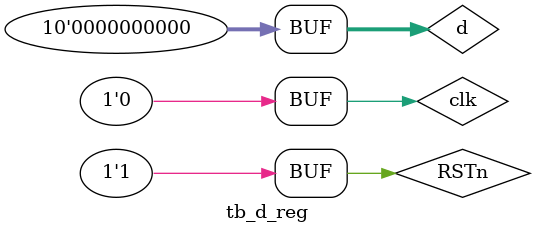
<source format=sv>
`timescale 1 ns/10 ps  // time-unit = 1 ns, precision = 10 ps

module tb_d_reg;

parameter numBit = 10;

logic RSTn, clk;
logic[numBit-1:0] d, q;

d_reg #(numBit) DUT (.d(d), .RSTn(RSTn), .clk(clk), .q(q));

initial
begin
  RSTn = 1'b0;
  d = {numBit{1'b1}};
  clk = 1'b0;
  #40us;
  RSTn = 1'b1;
  d = {numBit{1'b1}};
  #60us;
  RSTn = 1'b1;
  d = {numBit{1'b0}};
end

// Clock generator
always
begin
  #5us clk = 1;
  #5us clk = 0;
end


endmodule

</source>
